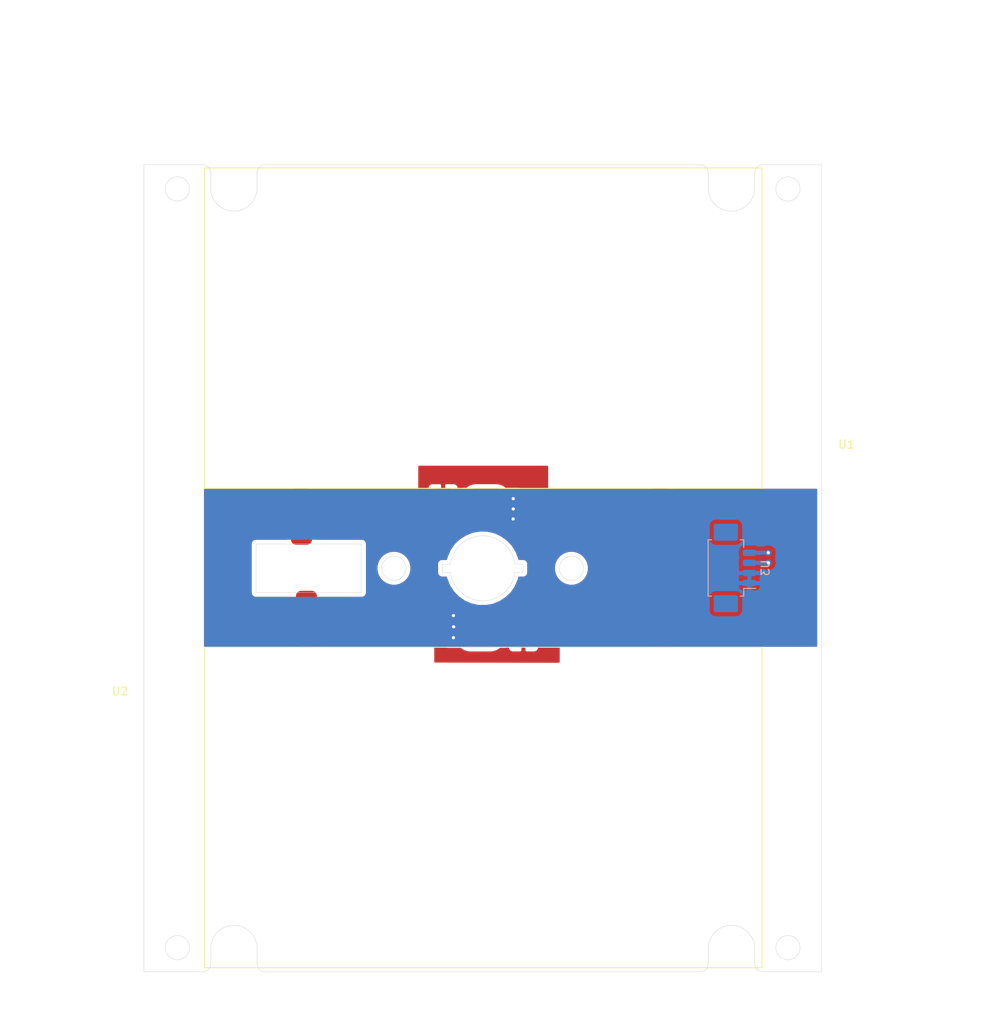
<source format=kicad_pcb>
(kicad_pcb (version 20171130) (host pcbnew "(5.1.9-0-10_14)")

  (general
    (thickness 1.6)
    (drawings 70)
    (tracks 24)
    (zones 0)
    (modules 3)
    (nets 3)
  )

  (page A4)
  (title_block
    (title "OwlSat Solar Panel (X/Y no RBF)")
    (date 2021-08-12)
    (rev 4)
    (company "SEDS Rice")
    (comment 1 "See \"OwlSat Solar Panel (X/Y with RBF)\" for PCB with RBF pin.")
    (comment 2 "See \"OwlSat Solar Panel (Z) for Z-face PCB.")
  )

  (layers
    (0 F.Cu signal)
    (31 B.Cu signal)
    (32 B.Adhes user)
    (33 F.Adhes user)
    (34 B.Paste user)
    (35 F.Paste user)
    (36 B.SilkS user)
    (37 F.SilkS user)
    (38 B.Mask user)
    (39 F.Mask user)
    (40 Dwgs.User user)
    (41 Cmts.User user)
    (42 Eco1.User user)
    (43 Eco2.User user)
    (44 Edge.Cuts user)
    (45 Margin user)
    (46 B.CrtYd user)
    (47 F.CrtYd user)
    (48 B.Fab user)
    (49 F.Fab user)
  )

  (setup
    (last_trace_width 0.25)
    (user_trace_width 0.5)
    (trace_clearance 0.2)
    (zone_clearance 0.508)
    (zone_45_only no)
    (trace_min 0.2)
    (via_size 0.8)
    (via_drill 0.4)
    (via_min_size 0.4)
    (via_min_drill 0.3)
    (uvia_size 0.3)
    (uvia_drill 0.1)
    (uvias_allowed no)
    (uvia_min_size 0.2)
    (uvia_min_drill 0.1)
    (edge_width 0.05)
    (segment_width 0.2)
    (pcb_text_width 0.3)
    (pcb_text_size 1.5 1.5)
    (mod_edge_width 0.12)
    (mod_text_size 1 1)
    (mod_text_width 0.15)
    (pad_size 1.524 1.524)
    (pad_drill 0.762)
    (pad_to_mask_clearance 0)
    (aux_axis_origin 0 0)
    (visible_elements FFFFFF7F)
    (pcbplotparams
      (layerselection 0x010fc_ffffffff)
      (usegerberextensions true)
      (usegerberattributes true)
      (usegerberadvancedattributes true)
      (creategerberjobfile true)
      (excludeedgelayer true)
      (linewidth 0.100000)
      (plotframeref false)
      (viasonmask false)
      (mode 1)
      (useauxorigin false)
      (hpglpennumber 1)
      (hpglpenspeed 20)
      (hpglpendiameter 15.000000)
      (psnegative false)
      (psa4output false)
      (plotreference true)
      (plotvalue true)
      (plotinvisibletext false)
      (padsonsilk false)
      (subtractmaskfromsilk false)
      (outputformat 1)
      (mirror false)
      (drillshape 0)
      (scaleselection 1)
      (outputdirectory "../Solar Panels/XY_USB/"))
  )

  (net 0 "")
  (net 1 "Net-(U1-Pad1)")
  (net 2 "Net-(U1-Pad2)")

  (net_class Default "This is the default net class."
    (clearance 0.2)
    (trace_width 0.25)
    (via_dia 0.8)
    (via_drill 0.4)
    (uvia_dia 0.3)
    (uvia_drill 0.1)
    (add_net "Net-(U1-Pad1)")
    (add_net "Net-(U1-Pad2)")
  )

  (module Battery:Spectrolab_XTE-SF_Solar_Cell (layer F.Cu) (tedit 60EDEB11) (tstamp 61155376)
    (at 183.23 85.01 180)
    (path /611554CA)
    (fp_text reference U1 (at -10.47 5.44) (layer F.SilkS)
      (effects (font (size 1 1) (thickness 0.15)))
    )
    (fp_text value Spectrolab_XTE-SF_Solar_Cells (at -13.44 -5.52) (layer F.Fab)
      (effects (font (size 1 1) (thickness 0.15)))
    )
    (fp_line (start 0 0) (end 69.1 0) (layer F.SilkS) (width 0.12))
    (fp_line (start 69.1 0) (end 69.1 39.7) (layer F.SilkS) (width 0.12))
    (fp_line (start 69.1 39.7) (end 0 39.7) (layer F.SilkS) (width 0.12))
    (fp_line (start 0 39.7) (end 0 0) (layer F.SilkS) (width 0.12))
    (pad 4 smd roundrect (at 57.08 -3.5 180) (size 2.6 7) (layers F.Cu F.Paste F.Mask) (roundrect_rratio 0.25)
      (net 1 "Net-(U1-Pad1)"))
    (pad 3 smd roundrect (at 39.53 -3.5 180) (size 2.6 7) (layers F.Cu F.Paste F.Mask) (roundrect_rratio 0.25)
      (net 1 "Net-(U1-Pad1)"))
    (pad 2 smd roundrect (at 34.2 -2.62 180) (size 5 5.25) (layers F.Cu F.Paste F.Mask) (roundrect_rratio 0.25)
      (net 2 "Net-(U1-Pad2)"))
    (pad 1 smd roundrect (at 12.63 -3.5 180) (size 2.6 7) (layers F.Cu F.Paste F.Mask) (roundrect_rratio 0.25)
      (net 1 "Net-(U1-Pad1)"))
  )

  (module Battery:Spectrolab_XTE-SF_Solar_Cell (layer F.Cu) (tedit 60EDEB11) (tstamp 61155382)
    (at 114.13 104.7)
    (path /6115468C)
    (fp_text reference U2 (at -10.47 5.44) (layer F.SilkS)
      (effects (font (size 1 1) (thickness 0.15)))
    )
    (fp_text value Spectrolab_XTE-SF_Solar_Cells (at -13.44 -5.52) (layer F.Fab)
      (effects (font (size 1 1) (thickness 0.15)))
    )
    (fp_line (start 0 39.7) (end 0 0) (layer F.SilkS) (width 0.12))
    (fp_line (start 69.1 39.7) (end 0 39.7) (layer F.SilkS) (width 0.12))
    (fp_line (start 69.1 0) (end 69.1 39.7) (layer F.SilkS) (width 0.12))
    (fp_line (start 0 0) (end 69.1 0) (layer F.SilkS) (width 0.12))
    (pad 1 smd roundrect (at 12.63 -3.5) (size 2.6 7) (layers F.Cu F.Paste F.Mask) (roundrect_rratio 0.25)
      (net 1 "Net-(U1-Pad1)"))
    (pad 2 smd roundrect (at 34.2 -2.62) (size 5 5.25) (layers F.Cu F.Paste F.Mask) (roundrect_rratio 0.25)
      (net 2 "Net-(U1-Pad2)"))
    (pad 3 smd roundrect (at 39.53 -3.5) (size 2.6 7) (layers F.Cu F.Paste F.Mask) (roundrect_rratio 0.25)
      (net 1 "Net-(U1-Pad1)"))
    (pad 4 smd roundrect (at 57.08 -3.5) (size 2.6 7) (layers F.Cu F.Paste F.Mask) (roundrect_rratio 0.25)
      (net 1 "Net-(U1-Pad1)"))
  )

  (module Connector_Molex:Molex_PicoBlade_53261-0471_1x04-1MP_P1.25mm_Horizontal (layer B.Cu) (tedit 5B78AD89) (tstamp 611553AB)
    (at 179.26 94.87 90)
    (descr "Molex PicoBlade series connector, 53261-0471 (http://www.molex.com/pdm_docs/sd/532610271_sd.pdf), generated with kicad-footprint-generator")
    (tags "connector Molex PicoBlade top entry")
    (path /6115C32C)
    (attr smd)
    (fp_text reference U3 (at 0 4.4 -90) (layer B.SilkS)
      (effects (font (size 1 1) (thickness 0.15)) (justify mirror))
    )
    (fp_text value PicoBlade_Connector (at 0 -3.8 -90) (layer B.Fab)
      (effects (font (size 1 1) (thickness 0.15)) (justify mirror))
    )
    (fp_line (start -3.375 1.6) (end 3.375 1.6) (layer B.Fab) (width 0.1))
    (fp_line (start -3.485 1.26) (end -3.485 1.71) (layer B.SilkS) (width 0.12))
    (fp_line (start -3.485 1.71) (end -2.535 1.71) (layer B.SilkS) (width 0.12))
    (fp_line (start -2.535 1.71) (end -2.535 3.2) (layer B.SilkS) (width 0.12))
    (fp_line (start 3.485 1.26) (end 3.485 1.71) (layer B.SilkS) (width 0.12))
    (fp_line (start 3.485 1.71) (end 2.535 1.71) (layer B.SilkS) (width 0.12))
    (fp_line (start -3.485 -2.26) (end -3.485 -2.71) (layer B.SilkS) (width 0.12))
    (fp_line (start -3.485 -2.71) (end 3.485 -2.71) (layer B.SilkS) (width 0.12))
    (fp_line (start 3.485 -2.71) (end 3.485 -2.26) (layer B.SilkS) (width 0.12))
    (fp_line (start -3.375 -2.6) (end 3.375 -2.6) (layer B.Fab) (width 0.1))
    (fp_line (start -3.375 1.6) (end -3.375 -2.6) (layer B.Fab) (width 0.1))
    (fp_line (start 3.375 1.6) (end 3.375 -2.6) (layer B.Fab) (width 0.1))
    (fp_line (start -3.375 0.6) (end -4.875 0.6) (layer B.Fab) (width 0.1))
    (fp_line (start -4.875 0.6) (end -5.075 0.4) (layer B.Fab) (width 0.1))
    (fp_line (start -5.075 0.4) (end -5.075 -1.4) (layer B.Fab) (width 0.1))
    (fp_line (start -5.075 -1.4) (end -4.875 -1.6) (layer B.Fab) (width 0.1))
    (fp_line (start -4.875 -1.6) (end -4.875 -2.2) (layer B.Fab) (width 0.1))
    (fp_line (start -4.875 -2.2) (end -3.375 -2.2) (layer B.Fab) (width 0.1))
    (fp_line (start 3.375 0.6) (end 4.875 0.6) (layer B.Fab) (width 0.1))
    (fp_line (start 4.875 0.6) (end 5.075 0.4) (layer B.Fab) (width 0.1))
    (fp_line (start 5.075 0.4) (end 5.075 -1.4) (layer B.Fab) (width 0.1))
    (fp_line (start 5.075 -1.4) (end 4.875 -1.6) (layer B.Fab) (width 0.1))
    (fp_line (start 4.875 -1.6) (end 4.875 -2.2) (layer B.Fab) (width 0.1))
    (fp_line (start 4.875 -2.2) (end 3.375 -2.2) (layer B.Fab) (width 0.1))
    (fp_line (start -5.98 3.7) (end -5.98 -3.1) (layer B.CrtYd) (width 0.05))
    (fp_line (start -5.98 -3.1) (end 5.98 -3.1) (layer B.CrtYd) (width 0.05))
    (fp_line (start 5.98 -3.1) (end 5.98 3.7) (layer B.CrtYd) (width 0.05))
    (fp_line (start 5.98 3.7) (end -5.98 3.7) (layer B.CrtYd) (width 0.05))
    (fp_line (start -2.375 1.6) (end -1.875 0.892893) (layer B.Fab) (width 0.1))
    (fp_line (start -1.875 0.892893) (end -1.375 1.6) (layer B.Fab) (width 0.1))
    (fp_text user %R (at 0 -1.9 -90) (layer B.Fab)
      (effects (font (size 1 1) (thickness 0.15)) (justify mirror))
    )
    (pad 1 smd roundrect (at -1.875 2.4 90) (size 0.8 1.6) (layers B.Cu B.Paste B.Mask) (roundrect_rratio 0.25)
      (net 2 "Net-(U1-Pad2)"))
    (pad 2 smd roundrect (at -0.625 2.4 90) (size 0.8 1.6) (layers B.Cu B.Paste B.Mask) (roundrect_rratio 0.25)
      (net 2 "Net-(U1-Pad2)"))
    (pad 3 smd roundrect (at 0.625 2.4 90) (size 0.8 1.6) (layers B.Cu B.Paste B.Mask) (roundrect_rratio 0.25)
      (net 1 "Net-(U1-Pad1)"))
    (pad 4 smd roundrect (at 1.875 2.4 90) (size 0.8 1.6) (layers B.Cu B.Paste B.Mask) (roundrect_rratio 0.25)
      (net 1 "Net-(U1-Pad1)"))
    (pad MP smd roundrect (at -4.425 -0.5 90) (size 2.1 3) (layers B.Cu B.Paste B.Mask) (roundrect_rratio 0.1190471428571429))
    (pad MP smd roundrect (at 4.425 -0.5 90) (size 2.1 3) (layers B.Cu B.Paste B.Mask) (roundrect_rratio 0.1190471428571429))
    (model ${KISYS3DMOD}/Connector_Molex.3dshapes/Molex_PicoBlade_53261-0471_1x04-1MP_P1.25mm_Horizontal.wrl
      (at (xyz 0 0 0))
      (scale (xyz 1 1 1))
      (rotate (xyz 0 0 0))
    )
  )

  (gr_line (start 120.51 91.91) (end 120.51 97.91) (layer Edge.Cuts) (width 0.05) (tstamp 619A7F77))
  (gr_line (start 133.61 91.91) (end 120.51 91.91) (layer Edge.Cuts) (width 0.05))
  (gr_line (start 133.61 97.91) (end 133.61 91.91) (layer Edge.Cuts) (width 0.05))
  (gr_line (start 120.51 97.91) (end 133.61 97.91) (layer Edge.Cuts) (width 0.05))
  (dimension 13.9 (width 0.15) (layer Dwgs.User)
    (gr_text "13.900 mm" (at 113.56 81.97) (layer Dwgs.User)
      (effects (font (size 1 1) (thickness 0.15)))
    )
    (feature1 (pts (xy 120.51 97.91) (xy 120.51 82.683579)))
    (feature2 (pts (xy 106.61 97.91) (xy 106.61 82.683579)))
    (crossbar (pts (xy 106.61 83.27) (xy 120.51 83.27)))
    (arrow1a (pts (xy 120.51 83.27) (xy 119.383496 83.856421)))
    (arrow1b (pts (xy 120.51 83.27) (xy 119.383496 82.683579)))
    (arrow2a (pts (xy 106.61 83.27) (xy 107.736504 83.856421)))
    (arrow2b (pts (xy 106.61 83.27) (xy 107.736504 82.683579)))
  )
  (dimension 47 (width 0.15) (layer Dwgs.User)
    (gr_text "47.000 mm" (at 136.48 121.41 90) (layer Dwgs.User)
      (effects (font (size 1 1) (thickness 0.15)))
    )
    (feature1 (pts (xy 106.61 97.91) (xy 135.766421 97.91)))
    (feature2 (pts (xy 106.61 144.91) (xy 135.766421 144.91)))
    (crossbar (pts (xy 135.18 144.91) (xy 135.18 97.91)))
    (arrow1a (pts (xy 135.18 97.91) (xy 135.766421 99.036504)))
    (arrow1b (pts (xy 135.18 97.91) (xy 134.593579 99.036504)))
    (arrow2a (pts (xy 135.18 144.91) (xy 135.766421 143.783496)))
    (arrow2b (pts (xy 135.18 144.91) (xy 134.593579 143.783496)))
  )
  (gr_arc (start 148.61 94.91) (end 144.610001 95.409999) (angle -165.7499673) (layer Edge.Cuts) (width 0.05))
  (gr_line (start 143.61 95.41) (end 144.61 95.41) (layer Edge.Cuts) (width 0.05))
  (gr_line (start 143.61 94.41) (end 143.61 95.41) (layer Edge.Cuts) (width 0.05))
  (gr_line (start 144.610001 94.409999) (end 143.61 94.41) (layer Edge.Cuts) (width 0.05))
  (gr_arc (start 148.61 94.92) (end 152.609999 94.410001) (angle -165.4679831) (layer Edge.Cuts) (width 0.05))
  (gr_line (start 153.61 95.41) (end 152.61 95.41) (layer Edge.Cuts) (width 0.05))
  (gr_line (start 153.61 94.41) (end 152.61 94.41) (layer Edge.Cuts) (width 0.05))
  (gr_line (start 153.61 94.41) (end 153.61 95.41) (layer Edge.Cuts) (width 0.05))
  (dimension 5 (width 0.15) (layer Dwgs.User)
    (gr_text "5.000 mm" (at 151.11 93.11) (layer Dwgs.User)
      (effects (font (size 1 1) (thickness 0.15)))
    )
    (feature1 (pts (xy 153.61 94.91) (xy 153.61 93.823579)))
    (feature2 (pts (xy 148.61 94.91) (xy 148.61 93.823579)))
    (crossbar (pts (xy 148.61 94.41) (xy 153.61 94.41)))
    (arrow1a (pts (xy 153.61 94.41) (xy 152.483496 94.996421)))
    (arrow1b (pts (xy 153.61 94.41) (xy 152.483496 93.823579)))
    (arrow2a (pts (xy 148.61 94.41) (xy 149.736504 94.996421)))
    (arrow2b (pts (xy 148.61 94.41) (xy 149.736504 93.823579)))
  )
  (gr_circle (center 137.61 94.91) (end 139.11 94.91) (layer Edge.Cuts) (width 0.05))
  (gr_circle (center 159.61 94.91) (end 161.11 94.91) (layer Edge.Cuts) (width 0.05))
  (dimension 31 (width 0.15) (layer Dwgs.User)
    (gr_text "31.000 mm" (at 175.11 93.61) (layer Dwgs.User)
      (effects (font (size 1 1) (thickness 0.15)))
    )
    (feature1 (pts (xy 159.61 94.91) (xy 159.61 94.323579)))
    (feature2 (pts (xy 190.61 94.91) (xy 190.61 94.323579)))
    (crossbar (pts (xy 190.61 94.91) (xy 159.61 94.91)))
    (arrow1a (pts (xy 159.61 94.91) (xy 160.736504 94.323579)))
    (arrow1b (pts (xy 159.61 94.91) (xy 160.736504 95.496421)))
    (arrow2a (pts (xy 190.61 94.91) (xy 189.483496 94.323579)))
    (arrow2b (pts (xy 190.61 94.91) (xy 189.483496 95.496421)))
  )
  (dimension 31 (width 0.15) (layer Dwgs.User)
    (gr_text "31.000 mm" (at 122.11 96.21) (layer Dwgs.User)
      (effects (font (size 1 1) (thickness 0.15)))
    )
    (feature1 (pts (xy 137.61 94.91) (xy 137.61 95.496421)))
    (feature2 (pts (xy 106.61 94.91) (xy 106.61 95.496421)))
    (crossbar (pts (xy 106.61 94.91) (xy 137.61 94.91)))
    (arrow1a (pts (xy 137.61 94.91) (xy 136.483496 95.496421)))
    (arrow1b (pts (xy 137.61 94.91) (xy 136.483496 94.323579)))
    (arrow2a (pts (xy 106.61 94.91) (xy 107.736504 95.496421)))
    (arrow2b (pts (xy 106.61 94.91) (xy 107.736504 94.323579)))
  )
  (gr_line (start 121.65 44.91) (end 175.57 44.91) (layer Edge.Cuts) (width 0.05) (tstamp 619A7A27))
  (gr_line (start 106.61 44.91) (end 113.9 44.91) (layer Edge.Cuts) (width 0.05) (tstamp 619A7A1A))
  (gr_line (start 183.32 44.91) (end 190.61 44.91) (layer Edge.Cuts) (width 0.05) (tstamp 619A7A0D))
  (gr_line (start 176.56 47.79) (end 176.57 45.91) (layer Edge.Cuts) (width 0.05) (tstamp 619A78C1))
  (gr_arc (start 175.57 45.91) (end 176.57 45.91) (angle -90) (layer Edge.Cuts) (width 0.05) (tstamp 619A78C0))
  (gr_arc (start 179.44 47.79) (end 176.56 47.79) (angle -180) (layer Edge.Cuts) (width 0.05) (tstamp 619A78BF))
  (gr_line (start 182.32 45.91) (end 182.32 47.79) (layer Edge.Cuts) (width 0.05) (tstamp 619A78BE))
  (gr_arc (start 183.32 45.91) (end 183.32 44.91) (angle -90) (layer Edge.Cuts) (width 0.05) (tstamp 619A78BD))
  (gr_line (start 114.89 47.79) (end 114.9 45.91) (layer Edge.Cuts) (width 0.05) (tstamp 619A78C1))
  (gr_arc (start 113.9 45.91) (end 114.9 45.91) (angle -90) (layer Edge.Cuts) (width 0.05) (tstamp 619A78C0))
  (gr_arc (start 117.77 47.79) (end 114.89 47.79) (angle -180) (layer Edge.Cuts) (width 0.05) (tstamp 619A78BF))
  (gr_line (start 120.65 45.91) (end 120.65 47.79) (layer Edge.Cuts) (width 0.05) (tstamp 619A78BE))
  (gr_arc (start 121.65 45.91) (end 121.65 44.91) (angle -90) (layer Edge.Cuts) (width 0.05) (tstamp 619A78BD))
  (gr_line (start 113.9 144.91) (end 106.61 144.91) (layer Edge.Cuts) (width 0.05) (tstamp 619A791E))
  (gr_line (start 175.57 144.91) (end 121.65 144.91) (layer Edge.Cuts) (width 0.05) (tstamp 619A7913))
  (gr_line (start 190.61 144.91) (end 183.32 144.91) (layer Edge.Cuts) (width 0.05))
  (gr_line (start 182.33 142.03) (end 182.32 143.91) (layer Edge.Cuts) (width 0.05) (tstamp 619A77F3))
  (gr_arc (start 183.32 143.91) (end 182.32 143.91) (angle -90) (layer Edge.Cuts) (width 0.05) (tstamp 619A77F2))
  (gr_arc (start 179.45 142.03) (end 182.33 142.03) (angle -180) (layer Edge.Cuts) (width 0.05) (tstamp 619A77F1))
  (gr_arc (start 175.57 143.91) (end 175.57 144.91) (angle -90) (layer Edge.Cuts) (width 0.05) (tstamp 619A77EC))
  (gr_line (start 176.57 143.91) (end 176.57 142.03) (layer Edge.Cuts) (width 0.05) (tstamp 619A77E7))
  (gr_line (start 114.9 143.91) (end 114.9 142.03) (layer Edge.Cuts) (width 0.05) (tstamp 619A760D))
  (gr_line (start 120.66 142.03) (end 120.65 143.91) (layer Edge.Cuts) (width 0.05) (tstamp 619A7605))
  (gr_arc (start 121.65 143.91) (end 120.65 143.91) (angle -90) (layer Edge.Cuts) (width 0.05))
  (dimension 1 (width 0.15) (layer Dwgs.User)
    (gr_text "1.000 mm" (at 121.15 142.61) (layer Dwgs.User)
      (effects (font (size 1 1) (thickness 0.15)))
    )
    (feature1 (pts (xy 121.65 144.91) (xy 121.65 143.323579)))
    (feature2 (pts (xy 120.65 144.91) (xy 120.65 143.323579)))
    (crossbar (pts (xy 120.65 143.91) (xy 121.65 143.91)))
    (arrow1a (pts (xy 121.65 143.91) (xy 120.523496 144.496421)))
    (arrow1b (pts (xy 121.65 143.91) (xy 120.523496 143.323579)))
    (arrow2a (pts (xy 120.65 143.91) (xy 121.776504 144.496421)))
    (arrow2b (pts (xy 120.65 143.91) (xy 121.776504 143.323579)))
  )
  (gr_arc (start 113.9 143.91) (end 113.9 144.91) (angle -90) (layer Edge.Cuts) (width 0.05))
  (dimension 1 (width 0.15) (layer Dwgs.User)
    (gr_text "1.000 mm" (at 114.4 142.61) (layer Dwgs.User)
      (effects (font (size 1 1) (thickness 0.15)))
    )
    (feature1 (pts (xy 113.9 144.91) (xy 113.9 143.323579)))
    (feature2 (pts (xy 114.9 144.91) (xy 114.9 143.323579)))
    (crossbar (pts (xy 114.9 143.91) (xy 113.9 143.91)))
    (arrow1a (pts (xy 113.9 143.91) (xy 115.026504 143.323579)))
    (arrow1b (pts (xy 113.9 143.91) (xy 115.026504 144.496421)))
    (arrow2a (pts (xy 114.9 143.91) (xy 113.773496 143.323579)))
    (arrow2b (pts (xy 114.9 143.91) (xy 113.773496 144.496421)))
  )
  (gr_arc (start 117.78 142.03) (end 120.66 142.03) (angle -180) (layer Edge.Cuts) (width 0.05))
  (dimension 2.88 (width 0.15) (layer Dwgs.User)
    (gr_text "2.880 mm" (at 119.08 143.47 90) (layer Dwgs.User)
      (effects (font (size 1 1) (thickness 0.15)))
    )
    (feature1 (pts (xy 117.78 142.03) (xy 118.366421 142.03)))
    (feature2 (pts (xy 117.78 144.91) (xy 118.366421 144.91)))
    (crossbar (pts (xy 117.78 144.91) (xy 117.78 142.03)))
    (arrow1a (pts (xy 117.78 142.03) (xy 118.366421 143.156504)))
    (arrow1b (pts (xy 117.78 142.03) (xy 117.193579 143.156504)))
    (arrow2a (pts (xy 117.78 144.91) (xy 118.366421 143.783496)))
    (arrow2b (pts (xy 117.78 144.91) (xy 117.193579 143.783496)))
  )
  (dimension 14.04 (width 0.15) (layer Dwgs.User)
    (gr_text "14.040 mm" (at 183.59 38.87) (layer Dwgs.User)
      (effects (font (size 1 1) (thickness 0.15)))
    )
    (feature1 (pts (xy 176.57 44.91) (xy 176.57 39.583579)))
    (feature2 (pts (xy 190.61 44.91) (xy 190.61 39.583579)))
    (crossbar (pts (xy 190.61 40.17) (xy 176.57 40.17)))
    (arrow1a (pts (xy 176.57 40.17) (xy 177.696504 39.583579)))
    (arrow1b (pts (xy 176.57 40.17) (xy 177.696504 40.756421)))
    (arrow2a (pts (xy 190.61 40.17) (xy 189.483496 39.583579)))
    (arrow2b (pts (xy 190.61 40.17) (xy 189.483496 40.756421)))
  )
  (dimension 8.29 (width 0.15) (layer Dwgs.User)
    (gr_text "8.290 mm" (at 186.465 42.13) (layer Dwgs.User)
      (effects (font (size 1 1) (thickness 0.15)))
    )
    (feature1 (pts (xy 182.32 44.91) (xy 182.32 42.843579)))
    (feature2 (pts (xy 190.61 44.91) (xy 190.61 42.843579)))
    (crossbar (pts (xy 190.61 43.43) (xy 182.32 43.43)))
    (arrow1a (pts (xy 182.32 43.43) (xy 183.446504 42.843579)))
    (arrow1b (pts (xy 182.32 43.43) (xy 183.446504 44.016421)))
    (arrow2a (pts (xy 190.61 43.43) (xy 189.483496 42.843579)))
    (arrow2b (pts (xy 190.61 43.43) (xy 189.483496 44.016421)))
  )
  (dimension 14.04 (width 0.15) (layer Dwgs.User)
    (gr_text "14.040 mm" (at 113.63 38.46) (layer Dwgs.User)
      (effects (font (size 1 1) (thickness 0.15)))
    )
    (feature1 (pts (xy 120.65 44.91) (xy 120.65 39.173579)))
    (feature2 (pts (xy 106.61 44.91) (xy 106.61 39.173579)))
    (crossbar (pts (xy 106.61 39.76) (xy 120.65 39.76)))
    (arrow1a (pts (xy 120.65 39.76) (xy 119.523496 40.346421)))
    (arrow1b (pts (xy 120.65 39.76) (xy 119.523496 39.173579)))
    (arrow2a (pts (xy 106.61 39.76) (xy 107.736504 40.346421)))
    (arrow2b (pts (xy 106.61 39.76) (xy 107.736504 39.173579)))
  )
  (dimension 8.29 (width 0.15) (layer Dwgs.User)
    (gr_text "8.290 mm" (at 110.755 41.52) (layer Dwgs.User)
      (effects (font (size 1 1) (thickness 0.15)))
    )
    (feature1 (pts (xy 114.9 44.91) (xy 114.9 42.233579)))
    (feature2 (pts (xy 106.61 44.91) (xy 106.61 42.233579)))
    (crossbar (pts (xy 106.61 42.82) (xy 114.9 42.82)))
    (arrow1a (pts (xy 114.9 42.82) (xy 113.773496 43.406421)))
    (arrow1b (pts (xy 114.9 42.82) (xy 113.773496 42.233579)))
    (arrow2a (pts (xy 106.61 42.82) (xy 107.736504 43.406421)))
    (arrow2b (pts (xy 106.61 42.82) (xy 107.736504 42.233579)))
  )
  (dimension 14.04 (width 0.15) (layer Dwgs.User)
    (gr_text "14.040 mm" (at 183.59 152.01) (layer Dwgs.User)
      (effects (font (size 1 1) (thickness 0.15)))
    )
    (feature1 (pts (xy 176.57 144.91) (xy 176.57 151.296421)))
    (feature2 (pts (xy 190.61 144.91) (xy 190.61 151.296421)))
    (crossbar (pts (xy 190.61 150.71) (xy 176.57 150.71)))
    (arrow1a (pts (xy 176.57 150.71) (xy 177.696504 150.123579)))
    (arrow1b (pts (xy 176.57 150.71) (xy 177.696504 151.296421)))
    (arrow2a (pts (xy 190.61 150.71) (xy 189.483496 150.123579)))
    (arrow2b (pts (xy 190.61 150.71) (xy 189.483496 151.296421)))
  )
  (dimension 8.29 (width 0.15) (layer Dwgs.User)
    (gr_text "8.290 mm" (at 186.465 148.72) (layer Dwgs.User)
      (effects (font (size 1 1) (thickness 0.15)))
    )
    (feature1 (pts (xy 182.32 144.91) (xy 182.32 148.006421)))
    (feature2 (pts (xy 190.61 144.91) (xy 190.61 148.006421)))
    (crossbar (pts (xy 190.61 147.42) (xy 182.32 147.42)))
    (arrow1a (pts (xy 182.32 147.42) (xy 183.446504 146.833579)))
    (arrow1b (pts (xy 182.32 147.42) (xy 183.446504 148.006421)))
    (arrow2a (pts (xy 190.61 147.42) (xy 189.483496 146.833579)))
    (arrow2b (pts (xy 190.61 147.42) (xy 189.483496 148.006421)))
  )
  (dimension 14.04 (width 0.15) (layer Dwgs.User)
    (gr_text "14.040 mm" (at 113.63 151.88) (layer Dwgs.User)
      (effects (font (size 1 1) (thickness 0.15)))
    )
    (feature1 (pts (xy 120.65 144.91) (xy 120.65 151.166421)))
    (feature2 (pts (xy 106.61 144.91) (xy 106.61 151.166421)))
    (crossbar (pts (xy 106.61 150.58) (xy 120.65 150.58)))
    (arrow1a (pts (xy 120.65 150.58) (xy 119.523496 151.166421)))
    (arrow1b (pts (xy 120.65 150.58) (xy 119.523496 149.993579)))
    (arrow2a (pts (xy 106.61 150.58) (xy 107.736504 151.166421)))
    (arrow2b (pts (xy 106.61 150.58) (xy 107.736504 149.993579)))
  )
  (dimension 8.29 (width 0.15) (layer Dwgs.User)
    (gr_text "8.290 mm" (at 110.755 148.35) (layer Dwgs.User)
      (effects (font (size 1 1) (thickness 0.15)))
    )
    (feature1 (pts (xy 114.9 144.91) (xy 114.9 147.636421)))
    (feature2 (pts (xy 106.61 144.91) (xy 106.61 147.636421)))
    (crossbar (pts (xy 106.61 147.05) (xy 114.9 147.05)))
    (arrow1a (pts (xy 114.9 147.05) (xy 113.773496 147.636421)))
    (arrow1b (pts (xy 114.9 147.05) (xy 113.773496 146.463579)))
    (arrow2a (pts (xy 106.61 147.05) (xy 107.736504 147.636421)))
    (arrow2b (pts (xy 106.61 147.05) (xy 107.736504 146.463579)))
  )
  (gr_circle (center 186.45 141.91) (end 187.95 141.91) (layer Edge.Cuts) (width 0.05))
  (gr_circle (center 186.45 47.91) (end 187.95 47.91) (layer Edge.Cuts) (width 0.05))
  (gr_circle (center 110.77 47.91) (end 112.27 47.91) (layer Edge.Cuts) (width 0.05))
  (gr_circle (center 110.77 141.91) (end 112.27 141.89) (layer Edge.Cuts) (width 0.05))
  (dimension 4.16 (width 0.15) (layer Dwgs.User)
    (gr_text "4.160 mm" (at 188.53 30.07) (layer Dwgs.User)
      (effects (font (size 1 1) (thickness 0.15)))
    )
    (feature1 (pts (xy 186.45 144.91) (xy 186.45 30.783579)))
    (feature2 (pts (xy 190.61 144.91) (xy 190.61 30.783579)))
    (crossbar (pts (xy 190.61 31.37) (xy 186.45 31.37)))
    (arrow1a (pts (xy 186.45 31.37) (xy 187.576504 30.783579)))
    (arrow1b (pts (xy 186.45 31.37) (xy 187.576504 31.956421)))
    (arrow2a (pts (xy 190.61 31.37) (xy 189.483496 30.783579)))
    (arrow2b (pts (xy 190.61 31.37) (xy 189.483496 31.956421)))
  )
  (dimension 4.16 (width 0.15) (layer Dwgs.User)
    (gr_text "4.160 mm" (at 108.69 32.98) (layer Dwgs.User)
      (effects (font (size 1 1) (thickness 0.15)))
    )
    (feature1 (pts (xy 110.77 144.91) (xy 110.77 33.693579)))
    (feature2 (pts (xy 106.61 144.91) (xy 106.61 33.693579)))
    (crossbar (pts (xy 106.61 34.28) (xy 110.77 34.28)))
    (arrow1a (pts (xy 110.77 34.28) (xy 109.643496 34.866421)))
    (arrow1b (pts (xy 110.77 34.28) (xy 109.643496 33.693579)))
    (arrow2a (pts (xy 106.61 34.28) (xy 107.736504 34.866421)))
    (arrow2b (pts (xy 106.61 34.28) (xy 107.736504 33.693579)))
  )
  (dimension 42 (width 0.15) (layer Dwgs.User)
    (gr_text "42.000 mm" (at 127.61 146.67) (layer Dwgs.User)
      (effects (font (size 1 1) (thickness 0.15)))
    )
    (feature1 (pts (xy 148.61 24.58) (xy 148.61 145.956421)))
    (feature2 (pts (xy 106.61 24.58) (xy 106.61 145.956421)))
    (crossbar (pts (xy 106.61 145.37) (xy 148.61 145.37)))
    (arrow1a (pts (xy 148.61 145.37) (xy 147.483496 145.956421)))
    (arrow1b (pts (xy 148.61 145.37) (xy 147.483496 144.783579)))
    (arrow2a (pts (xy 106.61 145.37) (xy 107.736504 145.956421)))
    (arrow2b (pts (xy 106.61 145.37) (xy 107.736504 144.783579)))
  )
  (dimension 50 (width 0.15) (layer Dwgs.User)
    (gr_text "50.000 mm" (at 209.52 69.91 270) (layer Dwgs.User)
      (effects (font (size 1 1) (thickness 0.15)))
    )
    (feature1 (pts (xy 106.61 94.91) (xy 208.806421 94.91)))
    (feature2 (pts (xy 106.61 44.91) (xy 208.806421 44.91)))
    (crossbar (pts (xy 208.22 44.91) (xy 208.22 94.91)))
    (arrow1a (pts (xy 208.22 94.91) (xy 207.633579 93.783496)))
    (arrow1b (pts (xy 208.22 94.91) (xy 208.806421 93.783496)))
    (arrow2a (pts (xy 208.22 44.91) (xy 207.633579 46.036504)))
    (arrow2b (pts (xy 208.22 44.91) (xy 208.806421 46.036504)))
  )
  (dimension 3 (width 0.15) (layer Dwgs.User)
    (gr_text "3.000 mm" (at 195.58 143.41 90) (layer Dwgs.User)
      (effects (font (size 1 1) (thickness 0.15)))
    )
    (feature1 (pts (xy 190.61 141.91) (xy 194.866421 141.91)))
    (feature2 (pts (xy 190.61 144.91) (xy 194.866421 144.91)))
    (crossbar (pts (xy 194.28 144.91) (xy 194.28 141.91)))
    (arrow1a (pts (xy 194.28 141.91) (xy 194.866421 143.036504)))
    (arrow1b (pts (xy 194.28 141.91) (xy 193.693579 143.036504)))
    (arrow2a (pts (xy 194.28 144.91) (xy 194.866421 143.783496)))
    (arrow2b (pts (xy 194.28 144.91) (xy 193.693579 143.783496)))
  )
  (dimension 3 (width 0.15) (layer Dwgs.User)
    (gr_text "3.000 mm" (at 103.21 143.41 90) (layer Dwgs.User)
      (effects (font (size 1 1) (thickness 0.15)))
    )
    (feature1 (pts (xy 106.61 141.91) (xy 103.923579 141.91)))
    (feature2 (pts (xy 106.61 144.91) (xy 103.923579 144.91)))
    (crossbar (pts (xy 104.51 144.91) (xy 104.51 141.91)))
    (arrow1a (pts (xy 104.51 141.91) (xy 105.096421 143.036504)))
    (arrow1b (pts (xy 104.51 141.91) (xy 103.923579 143.036504)))
    (arrow2a (pts (xy 104.51 144.91) (xy 105.096421 143.783496)))
    (arrow2b (pts (xy 104.51 144.91) (xy 103.923579 143.783496)))
  )
  (dimension 3 (width 0.15) (layer Dwgs.User)
    (gr_text "3.000 mm" (at 194.06 46.41 270) (layer Dwgs.User)
      (effects (font (size 1 1) (thickness 0.15)))
    )
    (feature1 (pts (xy 190.61 47.91) (xy 193.346421 47.91)))
    (feature2 (pts (xy 190.61 44.91) (xy 193.346421 44.91)))
    (crossbar (pts (xy 192.76 44.91) (xy 192.76 47.91)))
    (arrow1a (pts (xy 192.76 47.91) (xy 192.173579 46.783496)))
    (arrow1b (pts (xy 192.76 47.91) (xy 193.346421 46.783496)))
    (arrow2a (pts (xy 192.76 44.91) (xy 192.173579 46.036504)))
    (arrow2b (pts (xy 192.76 44.91) (xy 193.346421 46.036504)))
  )
  (dimension 3 (width 0.15) (layer Dwgs.User)
    (gr_text "3.000 mm" (at 101.37 46.41 270) (layer Dwgs.User)
      (effects (font (size 1 1) (thickness 0.15)))
    )
    (feature1 (pts (xy 106.61 47.91) (xy 102.083579 47.91)))
    (feature2 (pts (xy 106.61 44.91) (xy 102.083579 44.91)))
    (crossbar (pts (xy 102.67 44.91) (xy 102.67 47.91)))
    (arrow1a (pts (xy 102.67 47.91) (xy 102.083579 46.783496)))
    (arrow1b (pts (xy 102.67 47.91) (xy 103.256421 46.783496)))
    (arrow2a (pts (xy 102.67 44.91) (xy 102.083579 46.036504)))
    (arrow2b (pts (xy 102.67 44.91) (xy 103.256421 46.036504)))
  )
  (gr_line (start 106.61 144.91) (end 106.61 44.91) (layer Edge.Cuts) (width 0.05) (tstamp 61155489))
  (gr_line (start 190.61 44.91) (end 190.61 144.91) (layer Edge.Cuts) (width 0.05))

  (via (at 184.01 92.98) (size 0.8) (drill 0.4) (layers F.Cu B.Cu) (net 1))
  (via (at 184.02 94.23) (size 0.8) (drill 0.4) (layers F.Cu B.Cu) (net 1))
  (segment (start 181.675 92.98) (end 181.66 92.995) (width 0.5) (layer B.Cu) (net 1))
  (segment (start 184.01 92.98) (end 181.675 92.98) (width 0.5) (layer B.Cu) (net 1))
  (segment (start 181.675 94.23) (end 181.66 94.245) (width 0.5) (layer B.Cu) (net 1))
  (segment (start 184.02 94.23) (end 181.675 94.23) (width 0.5) (layer B.Cu) (net 1))
  (via (at 152.39 88.8) (size 0.8) (drill 0.4) (layers F.Cu B.Cu) (net 2))
  (via (at 152.4 87.56) (size 0.8) (drill 0.4) (layers F.Cu B.Cu) (net 2))
  (via (at 152.4 86.29) (size 0.8) (drill 0.4) (layers F.Cu B.Cu) (net 2))
  (via (at 144.99 100.78) (size 0.8) (drill 0.4) (layers F.Cu B.Cu) (net 2))
  (via (at 145.01 102.16) (size 0.8) (drill 0.4) (layers F.Cu B.Cu) (net 2))
  (via (at 144.98 103.51) (size 0.8) (drill 0.4) (layers F.Cu B.Cu) (net 2))
  (segment (start 147.03 100.78) (end 148.33 102.08) (width 0.5) (layer F.Cu) (net 2))
  (segment (start 144.99 100.78) (end 147.03 100.78) (width 0.5) (layer F.Cu) (net 2))
  (segment (start 148.25 102.16) (end 148.33 102.08) (width 0.5) (layer F.Cu) (net 2))
  (segment (start 145.01 102.16) (end 148.25 102.16) (width 0.5) (layer F.Cu) (net 2))
  (segment (start 146.9 103.51) (end 148.33 102.08) (width 0.5) (layer F.Cu) (net 2))
  (segment (start 144.98 103.51) (end 146.9 103.51) (width 0.5) (layer F.Cu) (net 2))
  (segment (start 150.37 86.29) (end 149.03 87.63) (width 0.5) (layer F.Cu) (net 2))
  (segment (start 152.4 86.29) (end 150.37 86.29) (width 0.5) (layer F.Cu) (net 2))
  (segment (start 149.1 87.56) (end 149.03 87.63) (width 0.5) (layer F.Cu) (net 2))
  (segment (start 152.4 87.56) (end 149.1 87.56) (width 0.5) (layer F.Cu) (net 2))
  (segment (start 150.2 88.8) (end 149.03 87.63) (width 0.5) (layer F.Cu) (net 2))
  (segment (start 152.39 88.8) (end 150.2 88.8) (width 0.5) (layer F.Cu) (net 2))

  (zone (net 0) (net_name "") (layer F.Cu) (tstamp 0) (hatch edge 0.508)
    (connect_pads (clearance 0.508))
    (min_thickness 0.254)
    (keepout (tracks allowed) (vias allowed) (copperpour not_allowed))
    (fill (arc_segments 32) (thermal_gap 0.508) (thermal_bridge_width 0.508))
    (polygon
      (pts
        (xy 151.5 104.77) (xy 144.19 104.77) (xy 144.19 99) (xy 151.5 99)
      )
    )
  )
  (zone (net 0) (net_name "") (layer F.Cu) (tstamp 0) (hatch edge 0.508)
    (connect_pads (clearance 0.508))
    (min_thickness 0.254)
    (keepout (tracks allowed) (vias allowed) (copperpour not_allowed))
    (fill (arc_segments 32) (thermal_gap 0.508) (thermal_bridge_width 0.508))
    (polygon
      (pts
        (xy 153.14 90.49) (xy 146.21 90.49) (xy 146.21 84.94) (xy 153.14 84.94)
      )
    )
  )
  (zone (net 0) (net_name "") (layer B.Cu) (tstamp 0) (hatch edge 0.508)
    (connect_pads (clearance 0.508))
    (min_thickness 0.254)
    (keepout (tracks allowed) (vias allowed) (copperpour not_allowed))
    (fill (arc_segments 32) (thermal_gap 0.508) (thermal_bridge_width 0.508))
    (polygon
      (pts
        (xy 184.85 94.75) (xy 180.78 94.75) (xy 180.78 92.4) (xy 184.85 92.4)
      )
    )
  )
  (zone (net 1) (net_name "Net-(U1-Pad1)") (layer F.Cu) (tstamp 62101B44) (hatch edge 0.508)
    (connect_pads (clearance 0.508))
    (min_thickness 0.254)
    (fill yes (arc_segments 32) (thermal_gap 0.508) (thermal_bridge_width 0.508))
    (polygon
      (pts
        (xy 190.58 104.64) (xy 114.07 104.64) (xy 114.07 85.07) (xy 190.58 85.06)
      )
    )
    (filled_polygon
      (pts
        (xy 146.083 85.443879) (xy 146.035649 85.532466) (xy 145.928207 85.886655) (xy 145.891928 86.255) (xy 145.891928 89.005)
        (xy 145.928207 89.373345) (xy 146.035649 89.727534) (xy 146.083 89.816121) (xy 146.083 90.49) (xy 146.08544 90.514776)
        (xy 146.092667 90.538601) (xy 146.104403 90.560557) (xy 146.120197 90.579803) (xy 146.139443 90.595597) (xy 146.161399 90.607333)
        (xy 146.185224 90.61456) (xy 146.21 90.617) (xy 146.780697 90.617) (xy 146.558076 90.703054) (xy 146.504675 90.729951)
        (xy 146.450857 90.756123) (xy 146.443036 90.760998) (xy 145.778079 91.181918) (xy 145.730892 91.218697) (xy 145.683209 91.254804)
        (xy 145.676484 91.261105) (xy 145.637392 91.298246) (xy 145.635 88.79575) (xy 145.47625 88.637) (xy 143.827 88.637)
        (xy 143.827 92.48625) (xy 143.98575 92.645) (xy 144.507402 92.64658) (xy 144.507349 92.64667) (xy 144.503533 92.655058)
        (xy 144.18261 93.373634) (xy 144.163665 93.430368) (xy 144.143925 93.486842) (xy 144.14181 93.495812) (xy 144.083752 93.75)
        (xy 143.642428 93.750001) (xy 143.61 93.746807) (xy 143.480617 93.75955) (xy 143.356207 93.79729) (xy 143.24155 93.858575)
        (xy 143.141052 93.941052) (xy 143.058575 94.041551) (xy 142.99729 94.156208) (xy 142.95955 94.280618) (xy 142.95 94.377582)
        (xy 142.95 94.377588) (xy 142.946808 94.41) (xy 142.95 94.44241) (xy 142.950001 95.377571) (xy 142.946807 95.41)
        (xy 142.95955 95.539383) (xy 142.99729 95.663793) (xy 143.058575 95.77845) (xy 143.141052 95.878948) (xy 143.24155 95.961425)
        (xy 143.356207 96.02271) (xy 143.480617 96.06045) (xy 143.577581 96.07) (xy 143.61 96.073193) (xy 143.642419 96.07)
        (xy 144.071717 96.07) (xy 144.089968 96.15891) (xy 144.10575 96.209891) (xy 144.11981 96.261377) (xy 144.123154 96.269964)
        (xy 144.413729 97.001075) (xy 144.441126 97.054213) (xy 144.467809 97.107789) (xy 144.472757 97.115563) (xy 144.899804 97.77631)
        (xy 144.937019 97.823138) (xy 144.973583 97.870489) (xy 144.979947 97.877154) (xy 145.527201 98.44237) (xy 145.572822 98.481093)
        (xy 145.617866 98.520423) (xy 145.625403 98.525725) (xy 146.126464 98.873) (xy 144.19 98.873) (xy 144.165224 98.87544)
        (xy 144.141399 98.882667) (xy 144.119443 98.894403) (xy 144.100197 98.910197) (xy 144.084403 98.929443) (xy 144.072667 98.951399)
        (xy 144.06544 98.975224) (xy 144.063 99) (xy 144.063 100.313391) (xy 143.994774 100.478102) (xy 143.955 100.678061)
        (xy 143.955 100.881939) (xy 143.994774 101.081898) (xy 144.063 101.246609) (xy 144.063 101.741675) (xy 144.014774 101.858102)
        (xy 143.975 102.058061) (xy 143.975 102.261939) (xy 144.014774 102.461898) (xy 144.063 102.578325) (xy 144.063 103.019437)
        (xy 144.062795 103.019744) (xy 143.984774 103.208102) (xy 143.945 103.408061) (xy 143.945 103.611939) (xy 143.984774 103.811898)
        (xy 144.062795 104.000256) (xy 144.063 104.000563) (xy 144.063 104.513) (xy 128.697893 104.513) (xy 128.695 101.48575)
        (xy 128.53625 101.327) (xy 126.887 101.327) (xy 126.887 101.347) (xy 126.633 101.347) (xy 126.633 101.327)
        (xy 124.98375 101.327) (xy 124.825 101.48575) (xy 124.822107 104.513) (xy 114.197 104.513) (xy 114.197 91.91)
        (xy 119.846807 91.91) (xy 119.85 91.942419) (xy 119.850001 97.877571) (xy 119.846807 97.91) (xy 119.85955 98.039383)
        (xy 119.89729 98.163793) (xy 119.958575 98.27845) (xy 120.041052 98.378948) (xy 120.14155 98.461425) (xy 120.256207 98.52271)
        (xy 120.380617 98.56045) (xy 120.477581 98.57) (xy 120.51 98.573193) (xy 120.542419 98.57) (xy 124.822759 98.57)
        (xy 124.825 100.91425) (xy 124.98375 101.073) (xy 126.633 101.073) (xy 126.633 98.57) (xy 126.887 98.57)
        (xy 126.887 101.073) (xy 128.53625 101.073) (xy 128.695 100.91425) (xy 128.697241 98.57) (xy 133.577581 98.57)
        (xy 133.61 98.573193) (xy 133.642419 98.57) (xy 133.739383 98.56045) (xy 133.863793 98.52271) (xy 133.97845 98.461425)
        (xy 134.078948 98.378948) (xy 134.161425 98.27845) (xy 134.22271 98.163793) (xy 134.26045 98.039383) (xy 134.273193 97.91)
        (xy 134.27 97.877581) (xy 134.27 94.696323) (xy 135.440497 94.696323) (xy 135.440497 95.123677) (xy 135.52387 95.542821)
        (xy 135.687412 95.937645) (xy 135.924837 96.292977) (xy 136.227023 96.595163) (xy 136.582355 96.832588) (xy 136.977179 96.99613)
        (xy 137.396323 97.079503) (xy 137.823677 97.079503) (xy 138.242821 96.99613) (xy 138.637645 96.832588) (xy 138.992977 96.595163)
        (xy 139.295163 96.292977) (xy 139.532588 95.937645) (xy 139.69613 95.542821) (xy 139.779503 95.123677) (xy 139.779503 94.696323)
        (xy 139.69613 94.277179) (xy 139.532588 93.882355) (xy 139.295163 93.527023) (xy 138.992977 93.224837) (xy 138.637645 92.987412)
        (xy 138.242821 92.82387) (xy 137.823677 92.740497) (xy 137.396323 92.740497) (xy 136.977179 92.82387) (xy 136.582355 92.987412)
        (xy 136.227023 93.224837) (xy 135.924837 93.527023) (xy 135.687412 93.882355) (xy 135.52387 94.277179) (xy 135.440497 94.696323)
        (xy 134.27 94.696323) (xy 134.27 92.01) (xy 141.761928 92.01) (xy 141.774188 92.134482) (xy 141.810498 92.25418)
        (xy 141.869463 92.364494) (xy 141.948815 92.461185) (xy 142.045506 92.540537) (xy 142.15582 92.599502) (xy 142.275518 92.635812)
        (xy 142.4 92.648072) (xy 143.41425 92.645) (xy 143.573 92.48625) (xy 143.573 88.637) (xy 141.92375 88.637)
        (xy 141.765 88.79575) (xy 141.761928 92.01) (xy 134.27 92.01) (xy 134.27 91.942419) (xy 134.273193 91.91)
        (xy 134.26045 91.780617) (xy 134.22271 91.656207) (xy 134.161425 91.54155) (xy 134.078948 91.441052) (xy 133.97845 91.358575)
        (xy 133.863793 91.29729) (xy 133.739383 91.25955) (xy 133.696749 91.255351) (xy 133.61 91.246807) (xy 133.577581 91.25)
        (xy 128.087346 91.25) (xy 128.085 88.79575) (xy 127.92625 88.637) (xy 126.277 88.637) (xy 126.277 91.25)
        (xy 126.023 91.25) (xy 126.023 88.637) (xy 124.37375 88.637) (xy 124.215 88.79575) (xy 124.212654 91.25)
        (xy 120.542419 91.25) (xy 120.51 91.246807) (xy 120.423251 91.255351) (xy 120.380617 91.25955) (xy 120.256207 91.29729)
        (xy 120.14155 91.358575) (xy 120.041052 91.441052) (xy 119.958575 91.54155) (xy 119.89729 91.656207) (xy 119.85955 91.780617)
        (xy 119.846807 91.91) (xy 114.197 91.91) (xy 114.197 85.196983) (xy 124.212105 85.195674) (xy 124.215 88.22425)
        (xy 124.37375 88.383) (xy 126.023 88.383) (xy 126.023 88.363) (xy 126.277 88.363) (xy 126.277 88.383)
        (xy 127.92625 88.383) (xy 128.085 88.22425) (xy 128.087895 85.195168) (xy 141.762103 85.19338) (xy 141.765 88.22425)
        (xy 141.92375 88.383) (xy 143.573 88.383) (xy 143.573 88.363) (xy 143.827 88.363) (xy 143.827 88.383)
        (xy 145.47625 88.383) (xy 145.635 88.22425) (xy 145.637897 85.192874) (xy 146.083 85.192816)
      )
    )
    (filled_polygon
      (pts
        (xy 189.950001 104.513) (xy 173.147893 104.513) (xy 173.145 101.48575) (xy 172.98625 101.327) (xy 171.337 101.327)
        (xy 171.337 101.347) (xy 171.083 101.347) (xy 171.083 101.327) (xy 169.43375 101.327) (xy 169.275 101.48575)
        (xy 169.272107 104.513) (xy 155.597893 104.513) (xy 155.595 101.48575) (xy 155.43625 101.327) (xy 153.787 101.327)
        (xy 153.787 101.347) (xy 153.533 101.347) (xy 153.533 101.327) (xy 151.88375 101.327) (xy 151.725 101.48575)
        (xy 151.722107 104.513) (xy 151.627 104.513) (xy 151.627 99) (xy 151.62456 98.975224) (xy 151.617333 98.951399)
        (xy 151.605597 98.929443) (xy 151.589803 98.910197) (xy 151.570557 98.894403) (xy 151.548601 98.882667) (xy 151.524776 98.87544)
        (xy 151.5 98.873) (xy 151.084429 98.873) (xy 151.450338 98.640115) (xy 151.497414 98.603236) (xy 151.545028 98.566997)
        (xy 151.551738 98.56068) (xy 151.722595 98.397549) (xy 151.725 100.91425) (xy 151.88375 101.073) (xy 153.533 101.073)
        (xy 153.533 97.22375) (xy 153.787 97.22375) (xy 153.787 101.073) (xy 155.43625 101.073) (xy 155.595 100.91425)
        (xy 155.598072 97.7) (xy 169.271928 97.7) (xy 169.275 100.91425) (xy 169.43375 101.073) (xy 171.083 101.073)
        (xy 171.083 97.22375) (xy 171.337 97.22375) (xy 171.337 101.073) (xy 172.98625 101.073) (xy 173.145 100.91425)
        (xy 173.148072 97.7) (xy 173.135812 97.575518) (xy 173.099502 97.45582) (xy 173.040537 97.345506) (xy 172.961185 97.248815)
        (xy 172.864494 97.169463) (xy 172.75418 97.110498) (xy 172.634482 97.074188) (xy 172.51 97.061928) (xy 171.49575 97.065)
        (xy 171.337 97.22375) (xy 171.083 97.22375) (xy 170.92425 97.065) (xy 169.91 97.061928) (xy 169.785518 97.074188)
        (xy 169.66582 97.110498) (xy 169.555506 97.169463) (xy 169.458815 97.248815) (xy 169.379463 97.345506) (xy 169.320498 97.45582)
        (xy 169.284188 97.575518) (xy 169.271928 97.7) (xy 155.598072 97.7) (xy 155.585812 97.575518) (xy 155.549502 97.45582)
        (xy 155.490537 97.345506) (xy 155.411185 97.248815) (xy 155.314494 97.169463) (xy 155.20418 97.110498) (xy 155.084482 97.074188)
        (xy 154.96 97.061928) (xy 153.94575 97.065) (xy 153.787 97.22375) (xy 153.533 97.22375) (xy 153.37425 97.065)
        (xy 152.765773 97.063157) (xy 153.039993 96.445073) (xy 153.058797 96.388296) (xy 153.078399 96.331771) (xy 153.080491 96.322796)
        (xy 153.137577 96.07) (xy 153.577581 96.07) (xy 153.61 96.073193) (xy 153.642419 96.07) (xy 153.739383 96.06045)
        (xy 153.863793 96.02271) (xy 153.97845 95.961425) (xy 154.078948 95.878948) (xy 154.161425 95.77845) (xy 154.22271 95.663793)
        (xy 154.26045 95.539383) (xy 154.273193 95.41) (xy 154.27 95.377581) (xy 154.27 94.696323) (xy 157.440497 94.696323)
        (xy 157.440497 95.123677) (xy 157.52387 95.542821) (xy 157.687412 95.937645) (xy 157.924837 96.292977) (xy 158.227023 96.595163)
        (xy 158.582355 96.832588) (xy 158.977179 96.99613) (xy 159.396323 97.079503) (xy 159.823677 97.079503) (xy 160.242821 96.99613)
        (xy 160.637645 96.832588) (xy 160.992977 96.595163) (xy 161.295163 96.292977) (xy 161.532588 95.937645) (xy 161.69613 95.542821)
        (xy 161.779503 95.123677) (xy 161.779503 94.696323) (xy 161.69613 94.277179) (xy 161.532588 93.882355) (xy 161.295163 93.527023)
        (xy 160.992977 93.224837) (xy 160.637645 92.987412) (xy 160.242821 92.82387) (xy 159.823677 92.740497) (xy 159.396323 92.740497)
        (xy 158.977179 92.82387) (xy 158.582355 92.987412) (xy 158.227023 93.224837) (xy 157.924837 93.527023) (xy 157.687412 93.882355)
        (xy 157.52387 94.277179) (xy 157.440497 94.696323) (xy 154.27 94.696323) (xy 154.27 94.442419) (xy 154.273193 94.41)
        (xy 154.26045 94.280617) (xy 154.22271 94.156207) (xy 154.161425 94.04155) (xy 154.078948 93.941052) (xy 153.97845 93.858575)
        (xy 153.863793 93.79729) (xy 153.739383 93.75955) (xy 153.642419 93.75) (xy 153.61 93.746807) (xy 153.577581 93.75)
        (xy 153.148282 93.75) (xy 153.133971 93.680282) (xy 153.118431 93.630081) (xy 153.104706 93.579334) (xy 153.101383 93.570738)
        (xy 152.812519 92.838686) (xy 152.78523 92.785438) (xy 152.758701 92.731839) (xy 152.753772 92.724053) (xy 152.328219 92.062051)
        (xy 152.291129 92.015144) (xy 152.287178 92.01) (xy 168.661928 92.01) (xy 168.674188 92.134482) (xy 168.710498 92.25418)
        (xy 168.769463 92.364494) (xy 168.848815 92.461185) (xy 168.945506 92.540537) (xy 169.05582 92.599502) (xy 169.175518 92.635812)
        (xy 169.3 92.648072) (xy 170.31425 92.645) (xy 170.473 92.48625) (xy 170.473 88.637) (xy 170.727 88.637)
        (xy 170.727 92.48625) (xy 170.88575 92.645) (xy 171.9 92.648072) (xy 172.024482 92.635812) (xy 172.14418 92.599502)
        (xy 172.254494 92.540537) (xy 172.351185 92.461185) (xy 172.430537 92.364494) (xy 172.489502 92.25418) (xy 172.525812 92.134482)
        (xy 172.538072 92.01) (xy 172.535 88.79575) (xy 172.37625 88.637) (xy 170.727 88.637) (xy 170.473 88.637)
        (xy 168.82375 88.637) (xy 168.665 88.79575) (xy 168.661928 92.01) (xy 152.287178 92.01) (xy 152.254674 91.967693)
        (xy 152.248327 91.961012) (xy 151.702296 91.394274) (xy 151.656769 91.355438) (xy 151.611822 91.315997) (xy 151.604298 91.310677)
        (xy 150.958586 90.860791) (xy 150.906413 90.831553) (xy 150.854632 90.801578) (xy 150.846217 90.79782) (xy 150.8448 90.797199)
        (xy 151.002534 90.749351) (xy 151.250145 90.617) (xy 153.14 90.617) (xy 153.164776 90.61456) (xy 153.188601 90.607333)
        (xy 153.210557 90.595597) (xy 153.229803 90.579803) (xy 153.245597 90.560557) (xy 153.257333 90.538601) (xy 153.26456 90.514776)
        (xy 153.267 90.49) (xy 153.267 89.350427) (xy 153.307205 89.290256) (xy 153.385226 89.101898) (xy 153.425 88.901939)
        (xy 153.425 88.698061) (xy 153.385226 88.498102) (xy 153.307205 88.309744) (xy 153.267 88.249573) (xy 153.267 88.125393)
        (xy 153.317205 88.050256) (xy 153.395226 87.861898) (xy 153.435 87.661939) (xy 153.435 87.458061) (xy 153.395226 87.258102)
        (xy 153.317205 87.069744) (xy 153.267 86.994607) (xy 153.267 86.855393) (xy 153.317205 86.780256) (xy 153.395226 86.591898)
        (xy 153.435 86.391939) (xy 153.435 86.188061) (xy 153.395226 85.988102) (xy 153.317205 85.799744) (xy 153.267 85.724607)
        (xy 153.267 85.191877) (xy 168.6621 85.189865) (xy 168.665 88.22425) (xy 168.82375 88.383) (xy 170.473 88.383)
        (xy 170.473 88.363) (xy 170.727 88.363) (xy 170.727 88.383) (xy 172.37625 88.383) (xy 172.535 88.22425)
        (xy 172.537901 85.189358) (xy 189.95 85.187083)
      )
    )
  )
  (zone (net 2) (net_name "Net-(U1-Pad2)") (layer B.Cu) (tstamp 62101B41) (hatch edge 0.508)
    (connect_pads (clearance 0.508))
    (min_thickness 0.254)
    (fill yes (arc_segments 32) (thermal_gap 0.508) (thermal_bridge_width 0.508))
    (polygon
      (pts
        (xy 190.58 104.64) (xy 114.07 104.64) (xy 114.07 85.07) (xy 190.58 85.06)
      )
    )
    (filled_polygon
      (pts
        (xy 189.950001 104.513) (xy 114.197 104.513) (xy 114.197 91.91) (xy 119.846807 91.91) (xy 119.85 91.942419)
        (xy 119.850001 97.877571) (xy 119.846807 97.91) (xy 119.85955 98.039383) (xy 119.89729 98.163793) (xy 119.958575 98.27845)
        (xy 120.041052 98.378948) (xy 120.14155 98.461425) (xy 120.256207 98.52271) (xy 120.380617 98.56045) (xy 120.477581 98.57)
        (xy 120.51 98.573193) (xy 120.542419 98.57) (xy 133.577581 98.57) (xy 133.61 98.573193) (xy 133.642419 98.57)
        (xy 133.739383 98.56045) (xy 133.863793 98.52271) (xy 133.97845 98.461425) (xy 134.078948 98.378948) (xy 134.161425 98.27845)
        (xy 134.22271 98.163793) (xy 134.26045 98.039383) (xy 134.273193 97.91) (xy 134.27 97.877581) (xy 134.27 94.696323)
        (xy 135.440497 94.696323) (xy 135.440497 95.123677) (xy 135.52387 95.542821) (xy 135.687412 95.937645) (xy 135.924837 96.292977)
        (xy 136.227023 96.595163) (xy 136.582355 96.832588) (xy 136.977179 96.99613) (xy 137.396323 97.079503) (xy 137.823677 97.079503)
        (xy 138.242821 96.99613) (xy 138.637645 96.832588) (xy 138.992977 96.595163) (xy 139.295163 96.292977) (xy 139.532588 95.937645)
        (xy 139.69613 95.542821) (xy 139.722549 95.41) (xy 142.946807 95.41) (xy 142.95955 95.539383) (xy 142.99729 95.663793)
        (xy 143.058575 95.77845) (xy 143.141052 95.878948) (xy 143.24155 95.961425) (xy 143.356207 96.02271) (xy 143.480617 96.06045)
        (xy 143.577581 96.07) (xy 143.61 96.073193) (xy 143.642419 96.07) (xy 144.071717 96.07) (xy 144.089968 96.15891)
        (xy 144.10575 96.209891) (xy 144.11981 96.261377) (xy 144.123154 96.269964) (xy 144.413729 97.001075) (xy 144.441126 97.054213)
        (xy 144.467809 97.107789) (xy 144.472757 97.115563) (xy 144.899804 97.77631) (xy 144.937019 97.823138) (xy 144.973583 97.870489)
        (xy 144.979947 97.877154) (xy 145.527201 98.44237) (xy 145.572822 98.481093) (xy 145.617866 98.520423) (xy 145.625403 98.525725)
        (xy 146.272019 98.973881) (xy 146.324247 99.002981) (xy 146.376119 99.032839) (xy 146.384542 99.036576) (xy 147.105891 99.350602)
        (xy 147.1628 99.36901) (xy 147.219459 99.388216) (xy 147.228448 99.390246) (xy 147.997054 99.558181) (xy 148.056457 99.565185)
        (xy 148.115765 99.57302) (xy 148.124977 99.573265) (xy 148.911565 99.588712) (xy 148.971185 99.584046) (xy 149.030897 99.580211)
        (xy 149.039981 99.578662) (xy 149.814587 99.441033) (xy 149.872165 99.424875) (xy 149.929996 99.409515) (xy 149.938607 99.406231)
        (xy 150.671729 99.120767) (xy 150.725094 99.093722) (xy 150.778817 99.067433) (xy 150.786625 99.062539) (xy 151.450338 98.640115)
        (xy 151.497414 98.603236) (xy 151.545028 98.566997) (xy 151.551738 98.56068) (xy 151.620529 98.494999) (xy 176.621928 98.494999)
        (xy 176.621928 100.095001) (xy 176.638992 100.268255) (xy 176.689528 100.434851) (xy 176.771595 100.588387) (xy 176.882038 100.722962)
        (xy 177.016613 100.833405) (xy 177.170149 100.915472) (xy 177.336745 100.966008) (xy 177.509999 100.983072) (xy 180.010001 100.983072)
        (xy 180.183255 100.966008) (xy 180.349851 100.915472) (xy 180.503387 100.833405) (xy 180.637962 100.722962) (xy 180.748405 100.588387)
        (xy 180.830472 100.434851) (xy 180.881008 100.268255) (xy 180.898072 100.095001) (xy 180.898072 98.494999) (xy 180.881008 98.321745)
        (xy 180.830472 98.155149) (xy 180.748405 98.001613) (xy 180.637962 97.867038) (xy 180.503387 97.756595) (xy 180.349851 97.674528)
        (xy 180.183255 97.623992) (xy 180.010001 97.606928) (xy 177.509999 97.606928) (xy 177.336745 97.623992) (xy 177.170149 97.674528)
        (xy 177.016613 97.756595) (xy 176.882038 97.867038) (xy 176.771595 98.001613) (xy 176.689528 98.155149) (xy 176.638992 98.321745)
        (xy 176.621928 98.494999) (xy 151.620529 98.494999) (xy 152.120762 98.017385) (xy 152.159774 97.972069) (xy 152.199447 97.927267)
        (xy 152.204801 97.919766) (xy 152.657461 97.276295) (xy 152.686943 97.224238) (xy 152.717143 97.172609) (xy 152.720939 97.164212)
        (xy 152.729462 97.145) (xy 180.221928 97.145) (xy 180.234188 97.269482) (xy 180.270498 97.38918) (xy 180.329463 97.499494)
        (xy 180.408815 97.596185) (xy 180.505506 97.675537) (xy 180.61582 97.734502) (xy 180.735518 97.770812) (xy 180.86 97.783072)
        (xy 181.37425 97.78) (xy 181.533 97.62125) (xy 181.533 96.872) (xy 181.787 96.872) (xy 181.787 97.62125)
        (xy 181.94575 97.78) (xy 182.46 97.783072) (xy 182.584482 97.770812) (xy 182.70418 97.734502) (xy 182.814494 97.675537)
        (xy 182.911185 97.596185) (xy 182.990537 97.499494) (xy 183.049502 97.38918) (xy 183.085812 97.269482) (xy 183.098072 97.145)
        (xy 183.095 97.03075) (xy 182.93625 96.872) (xy 181.787 96.872) (xy 181.533 96.872) (xy 180.38375 96.872)
        (xy 180.225 97.03075) (xy 180.221928 97.145) (xy 152.729462 97.145) (xy 153.039993 96.445073) (xy 153.058797 96.388296)
        (xy 153.078399 96.331771) (xy 153.080491 96.322796) (xy 153.137577 96.07) (xy 153.577581 96.07) (xy 153.61 96.073193)
        (xy 153.642419 96.07) (xy 153.739383 96.06045) (xy 153.863793 96.02271) (xy 153.97845 95.961425) (xy 154.078948 95.878948)
        (xy 154.161425 95.77845) (xy 154.22271 95.663793) (xy 154.26045 95.539383) (xy 154.273193 95.41) (xy 154.27 95.377581)
        (xy 154.27 94.696323) (xy 157.440497 94.696323) (xy 157.440497 95.123677) (xy 157.52387 95.542821) (xy 157.687412 95.937645)
        (xy 157.924837 96.292977) (xy 158.227023 96.595163) (xy 158.582355 96.832588) (xy 158.977179 96.99613) (xy 159.396323 97.079503)
        (xy 159.823677 97.079503) (xy 160.242821 96.99613) (xy 160.637645 96.832588) (xy 160.992977 96.595163) (xy 161.295163 96.292977)
        (xy 161.532588 95.937645) (xy 161.550252 95.895) (xy 180.221928 95.895) (xy 180.234188 96.019482) (xy 180.26468 96.12)
        (xy 180.234188 96.220518) (xy 180.221928 96.345) (xy 180.225 96.45925) (xy 180.38375 96.618) (xy 181.533 96.618)
        (xy 181.533 95.622) (xy 181.787 95.622) (xy 181.787 96.618) (xy 182.93625 96.618) (xy 183.095 96.45925)
        (xy 183.098072 96.345) (xy 183.085812 96.220518) (xy 183.05532 96.12) (xy 183.085812 96.019482) (xy 183.098072 95.895)
        (xy 183.095 95.78075) (xy 182.93625 95.622) (xy 181.787 95.622) (xy 181.533 95.622) (xy 180.38375 95.622)
        (xy 180.225 95.78075) (xy 180.221928 95.895) (xy 161.550252 95.895) (xy 161.69613 95.542821) (xy 161.779503 95.123677)
        (xy 161.779503 94.696323) (xy 161.69613 94.277179) (xy 161.532588 93.882355) (xy 161.295163 93.527023) (xy 160.992977 93.224837)
        (xy 160.637645 92.987412) (xy 160.242821 92.82387) (xy 160.097682 92.795) (xy 180.221928 92.795) (xy 180.221928 93.195)
        (xy 180.238031 93.3585) (xy 180.285722 93.515716) (xy 180.341463 93.62) (xy 180.285722 93.724284) (xy 180.238031 93.8815)
        (xy 180.221928 94.045) (xy 180.221928 94.445) (xy 180.238031 94.6085) (xy 180.285722 94.765716) (xy 180.300855 94.794027)
        (xy 180.270498 94.85082) (xy 180.234188 94.970518) (xy 180.221928 95.095) (xy 180.225 95.20925) (xy 180.38375 95.368)
        (xy 181.533 95.368) (xy 181.533 95.348) (xy 181.787 95.348) (xy 181.787 95.368) (xy 182.93625 95.368)
        (xy 183.095 95.20925) (xy 183.097534 95.115) (xy 183.481546 95.115) (xy 183.529744 95.147205) (xy 183.718102 95.225226)
        (xy 183.918061 95.265) (xy 184.121939 95.265) (xy 184.321898 95.225226) (xy 184.510256 95.147205) (xy 184.679774 95.033937)
        (xy 184.823937 94.889774) (xy 184.832472 94.877) (xy 184.85 94.877) (xy 184.874776 94.87456) (xy 184.898601 94.867333)
        (xy 184.920557 94.855597) (xy 184.939803 94.839803) (xy 184.955597 94.820557) (xy 184.967333 94.798601) (xy 184.97456 94.774776)
        (xy 184.977 94.75) (xy 184.977 94.624183) (xy 185.015226 94.531898) (xy 185.055 94.331939) (xy 185.055 94.128061)
        (xy 185.015226 93.928102) (xy 184.977 93.835817) (xy 184.977 93.350041) (xy 185.005226 93.281898) (xy 185.045 93.081939)
        (xy 185.045 92.878061) (xy 185.005226 92.678102) (xy 184.977 92.609959) (xy 184.977 92.4) (xy 184.97456 92.375224)
        (xy 184.967333 92.351399) (xy 184.955597 92.329443) (xy 184.939803 92.310197) (xy 184.920557 92.294403) (xy 184.898601 92.282667)
        (xy 184.874776 92.27544) (xy 184.85 92.273) (xy 184.766711 92.273) (xy 184.669774 92.176063) (xy 184.500256 92.062795)
        (xy 184.311898 91.984774) (xy 184.111939 91.945) (xy 183.908061 91.945) (xy 183.708102 91.984774) (xy 183.519744 92.062795)
        (xy 183.471546 92.095) (xy 182.719679 92.095) (xy 182.580716 92.020722) (xy 182.4235 91.973031) (xy 182.26 91.956928)
        (xy 181.06 91.956928) (xy 180.8965 91.973031) (xy 180.739284 92.020722) (xy 180.594392 92.098169) (xy 180.467394 92.202394)
        (xy 180.363169 92.329392) (xy 180.285722 92.474284) (xy 180.238031 92.6315) (xy 180.221928 92.795) (xy 160.097682 92.795)
        (xy 159.823677 92.740497) (xy 159.396323 92.740497) (xy 158.977179 92.82387) (xy 158.582355 92.987412) (xy 158.227023 93.224837)
        (xy 157.924837 93.527023) (xy 157.687412 93.882355) (xy 157.52387 94.277179) (xy 157.440497 94.696323) (xy 154.27 94.696323)
        (xy 154.27 94.442419) (xy 154.273193 94.41) (xy 154.26045 94.280617) (xy 154.22271 94.156207) (xy 154.161425 94.04155)
        (xy 154.078948 93.941052) (xy 153.97845 93.858575) (xy 153.863793 93.79729) (xy 153.739383 93.75955) (xy 153.642419 93.75)
        (xy 153.61 93.746807) (xy 153.577581 93.75) (xy 153.148282 93.75) (xy 153.133971 93.680282) (xy 153.118431 93.630081)
        (xy 153.104706 93.579334) (xy 153.101383 93.570738) (xy 152.812519 92.838686) (xy 152.78523 92.785438) (xy 152.758701 92.731839)
        (xy 152.753772 92.724053) (xy 152.328219 92.062051) (xy 152.291129 92.015144) (xy 152.254674 91.967693) (xy 152.248327 91.961012)
        (xy 151.702296 91.394274) (xy 151.656769 91.355438) (xy 151.611822 91.315997) (xy 151.604298 91.310677) (xy 150.958586 90.860791)
        (xy 150.906413 90.831553) (xy 150.854632 90.801578) (xy 150.846217 90.79782) (xy 150.12542 90.481922) (xy 150.068533 90.463366)
        (xy 150.011945 90.444029) (xy 150.002961 90.441977) (xy 149.234532 90.272098) (xy 149.175142 90.264947) (xy 149.115858 90.256967)
        (xy 149.106646 90.256699) (xy 148.319855 90.239311) (xy 148.260224 90.243831) (xy 148.200502 90.247519) (xy 148.191414 90.249045)
        (xy 147.41623 90.38481) (xy 147.358597 90.40083) (xy 147.300744 90.416044) (xy 147.292126 90.419307) (xy 146.558076 90.703054)
        (xy 146.504675 90.729951) (xy 146.450857 90.756123) (xy 146.443036 90.760998) (xy 145.778079 91.181918) (xy 145.730892 91.218697)
        (xy 145.683209 91.254804) (xy 145.676484 91.261105) (xy 145.105948 91.803166) (xy 145.066803 91.848411) (xy 145.027042 91.89309)
        (xy 145.021669 91.900577) (xy 144.567286 92.543132) (xy 144.537677 92.595114) (xy 144.507349 92.64667) (xy 144.503533 92.655058)
        (xy 144.18261 93.373634) (xy 144.163665 93.430368) (xy 144.143925 93.486842) (xy 144.14181 93.495812) (xy 144.083752 93.75)
        (xy 143.642428 93.750001) (xy 143.61 93.746807) (xy 143.480617 93.75955) (xy 143.356207 93.79729) (xy 143.24155 93.858575)
        (xy 143.141052 93.941052) (xy 143.058575 94.041551) (xy 142.99729 94.156208) (xy 142.95955 94.280618) (xy 142.95 94.377582)
        (xy 142.95 94.377588) (xy 142.946808 94.41) (xy 142.95 94.44241) (xy 142.950001 95.377571) (xy 142.946807 95.41)
        (xy 139.722549 95.41) (xy 139.779503 95.123677) (xy 139.779503 94.696323) (xy 139.69613 94.277179) (xy 139.532588 93.882355)
        (xy 139.295163 93.527023) (xy 138.992977 93.224837) (xy 138.637645 92.987412) (xy 138.242821 92.82387) (xy 137.823677 92.740497)
        (xy 137.396323 92.740497) (xy 136.977179 92.82387) (xy 136.582355 92.987412) (xy 136.227023 93.224837) (xy 135.924837 93.527023)
        (xy 135.687412 93.882355) (xy 135.52387 94.277179) (xy 135.440497 94.696323) (xy 134.27 94.696323) (xy 134.27 91.942419)
        (xy 134.273193 91.91) (xy 134.26045 91.780617) (xy 134.22271 91.656207) (xy 134.161425 91.54155) (xy 134.078948 91.441052)
        (xy 133.97845 91.358575) (xy 133.863793 91.29729) (xy 133.739383 91.25955) (xy 133.696749 91.255351) (xy 133.61 91.246807)
        (xy 133.577581 91.25) (xy 120.542419 91.25) (xy 120.51 91.246807) (xy 120.423251 91.255351) (xy 120.380617 91.25955)
        (xy 120.256207 91.29729) (xy 120.14155 91.358575) (xy 120.041052 91.441052) (xy 119.958575 91.54155) (xy 119.89729 91.656207)
        (xy 119.85955 91.780617) (xy 119.846807 91.91) (xy 114.197 91.91) (xy 114.197 89.644999) (xy 176.621928 89.644999)
        (xy 176.621928 91.245001) (xy 176.638992 91.418255) (xy 176.689528 91.584851) (xy 176.771595 91.738387) (xy 176.882038 91.872962)
        (xy 177.016613 91.983405) (xy 177.170149 92.065472) (xy 177.336745 92.116008) (xy 177.509999 92.133072) (xy 180.010001 92.133072)
        (xy 180.183255 92.116008) (xy 180.349851 92.065472) (xy 180.503387 91.983405) (xy 180.637962 91.872962) (xy 180.748405 91.738387)
        (xy 180.830472 91.584851) (xy 180.881008 91.418255) (xy 180.898072 91.245001) (xy 180.898072 89.644999) (xy 180.881008 89.471745)
        (xy 180.830472 89.305149) (xy 180.748405 89.151613) (xy 180.637962 89.017038) (xy 180.503387 88.906595) (xy 180.349851 88.824528)
        (xy 180.183255 88.773992) (xy 180.010001 88.756928) (xy 177.509999 88.756928) (xy 177.336745 88.773992) (xy 177.170149 88.824528)
        (xy 177.016613 88.906595) (xy 176.882038 89.017038) (xy 176.771595 89.151613) (xy 176.689528 89.305149) (xy 176.638992 89.471745)
        (xy 176.621928 89.644999) (xy 114.197 89.644999) (xy 114.197 85.196983) (xy 189.95 85.187083)
      )
    )
  )
  (zone (net 1) (net_name "Net-(U1-Pad1)") (layer F.Cu) (tstamp 62101B3E) (hatch edge 0.508)
    (connect_pads (clearance 0.508))
    (min_thickness 0.254)
    (fill yes (arc_segments 32) (thermal_gap 0.508) (thermal_bridge_width 0.508))
    (polygon
      (pts
        (xy 156.73 85.3) (xy 140.62 85.31) (xy 140.63 82.2) (xy 156.73 82.2)
      )
    )
    (filled_polygon
      (pts
        (xy 156.603 85.173079) (xy 153.267 85.17515) (xy 153.267 84.94) (xy 153.26456 84.915224) (xy 153.257333 84.891399)
        (xy 153.245597 84.869443) (xy 153.229803 84.850197) (xy 153.210557 84.834403) (xy 153.188601 84.822667) (xy 153.164776 84.81544)
        (xy 153.14 84.813) (xy 151.484773 84.813) (xy 151.328957 84.685126) (xy 151.002534 84.510649) (xy 150.648345 84.403207)
        (xy 150.28 84.366928) (xy 147.78 84.366928) (xy 147.411655 84.403207) (xy 147.057466 84.510649) (xy 146.731043 84.685126)
        (xy 146.575227 84.813) (xy 146.21 84.813) (xy 146.185224 84.81544) (xy 146.161399 84.822667) (xy 146.139443 84.834403)
        (xy 146.120197 84.850197) (xy 146.104403 84.869443) (xy 146.092667 84.891399) (xy 146.08544 84.915224) (xy 146.083 84.94)
        (xy 146.083 85.179609) (xy 145.63791 85.179885) (xy 145.638072 85.01) (xy 145.625812 84.885518) (xy 145.589502 84.76582)
        (xy 145.530537 84.655506) (xy 145.451185 84.558815) (xy 145.354494 84.479463) (xy 145.24418 84.420498) (xy 145.124482 84.384188)
        (xy 145 84.371928) (xy 143.98575 84.375) (xy 143.827 84.53375) (xy 143.827 85.181009) (xy 143.573 85.181167)
        (xy 143.573 84.53375) (xy 143.41425 84.375) (xy 142.4 84.371928) (xy 142.275518 84.384188) (xy 142.15582 84.420498)
        (xy 142.045506 84.479463) (xy 141.948815 84.558815) (xy 141.869463 84.655506) (xy 141.810498 84.76582) (xy 141.774188 84.885518)
        (xy 141.761928 85.01) (xy 141.762093 85.182291) (xy 140.747409 85.182921) (xy 140.756592 82.327) (xy 156.603 82.327)
      )
    )
  )
  (zone (net 1) (net_name "Net-(U1-Pad1)") (layer F.Cu) (tstamp 62101B3B) (hatch edge 0.508)
    (connect_pads (clearance 0.508))
    (min_thickness 0.254)
    (fill yes (arc_segments 32) (thermal_gap 0.508) (thermal_bridge_width 0.508))
    (polygon
      (pts
        (xy 158.16 106.62) (xy 142.61 106.59) (xy 142.61 104.42) (xy 158.16 104.42)
      )
    )
    (filled_polygon
      (pts
        (xy 144.063 104.77) (xy 144.06544 104.794776) (xy 144.072667 104.818601) (xy 144.084403 104.840557) (xy 144.100197 104.859803)
        (xy 144.119443 104.875597) (xy 144.141399 104.887333) (xy 144.165224 104.89456) (xy 144.19 104.897) (xy 145.875227 104.897)
        (xy 146.031043 105.024874) (xy 146.357466 105.199351) (xy 146.711655 105.306793) (xy 147.08 105.343072) (xy 149.58 105.343072)
        (xy 149.948345 105.306793) (xy 150.302534 105.199351) (xy 150.628957 105.024874) (xy 150.784773 104.897) (xy 151.5 104.897)
        (xy 151.524776 104.89456) (xy 151.548601 104.887333) (xy 151.570557 104.875597) (xy 151.589803 104.859803) (xy 151.605597 104.840557)
        (xy 151.617333 104.818601) (xy 151.62456 104.794776) (xy 151.627 104.77) (xy 151.627 104.547) (xy 151.722074 104.547)
        (xy 151.721928 104.7) (xy 151.734188 104.824482) (xy 151.770498 104.94418) (xy 151.829463 105.054494) (xy 151.908815 105.151185)
        (xy 152.005506 105.230537) (xy 152.11582 105.289502) (xy 152.235518 105.325812) (xy 152.36 105.338072) (xy 153.37425 105.335)
        (xy 153.533 105.17625) (xy 153.533 104.547) (xy 153.787 104.547) (xy 153.787 105.17625) (xy 153.94575 105.335)
        (xy 154.96 105.338072) (xy 155.084482 105.325812) (xy 155.20418 105.289502) (xy 155.314494 105.230537) (xy 155.411185 105.151185)
        (xy 155.490537 105.054494) (xy 155.549502 104.94418) (xy 155.585812 104.824482) (xy 155.598072 104.7) (xy 155.597926 104.547)
        (xy 158.033 104.547) (xy 158.033 106.492755) (xy 142.737 106.463245) (xy 142.737 104.547) (xy 144.063 104.547)
      )
    )
  )
)

</source>
